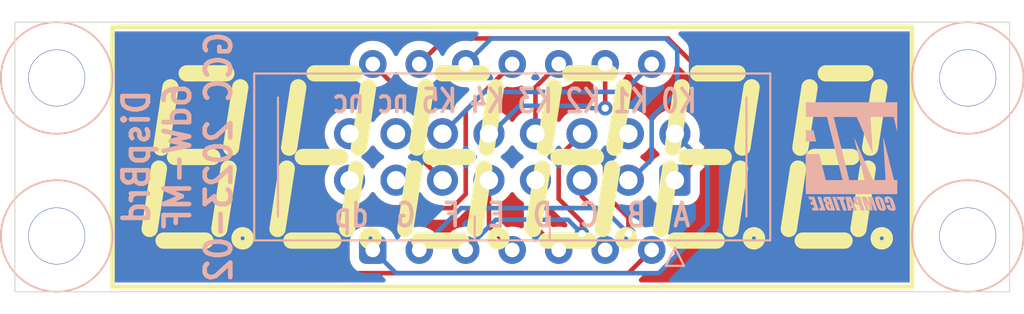
<source format=kicad_pcb>
(kicad_pcb (version 20211014) (generator pcbnew)
  (layers (0 "F.Cu" signal) (31 "B.Cu" signal) (36 "B.SilkS" user "B.Silkscreen") (37 "F.SilkS" user "F.Silkscreen") (38 "B.Mask" user) (39 "F.Mask" user) (44 "Edge.Cuts" user))
  (net 0 "")
  (net 1 "/K_SegA")
  (net 2 "/K_SegB")
  (net 3 "/K_SegC")
  (net 4 "/K_SegDP")
  (net 5 "/A0")
  (net 6 "/K_SegD")
  (net 7 "/K_SegE")
  (net 8 "/K_SegG")
  (net 9 "/K_SegF")
  (net 10 "/A1")
  (net 11 "/A2")
  (net 12 "/A3")
  (net 13 "/A4")
  (net 14 "/A5")
  (footprint "GCC_Display:Disp7s6x_036" (layer "F.Cu") (at 70.358 42.926)
    (fp_text reference "S5" hide)
    (fp_text value "LEDDSP6_CA" hide)
    (fp_line (start -21.844 -7.112) (end 21.844 -7.112) (layer "F.SilkS") (width 0.254))
    (fp_line (start 13.081 -3.80746) (end 12.573 -0.508) (layer "F.SilkS") (width 0.889))
    (fp_line (start 3.16738 -4.56946) (end 5.334 -4.56946) (layer "F.SilkS") (width 0.889))
    (fp_line (start -5.08 4.56946) (end -2.79654 4.56946) (layer "F.SilkS") (width 0.889))
    (fp_line (start 21.844 -7.112) (end 21.844 7.112) (layer "F.SilkS") (width 0.254))
    (fp_line (start 5.45846 0.635) (end 4.95046 3.93446) (layer "F.SilkS") (width 0.889))
    (fp_line (start -12.065 4.56946) (end -9.78154 4.56946) (layer "F.SilkS") (width 0.889))
    (fp_line (start -7.874 -3.80746) (end -8.382 -0.508) (layer "F.SilkS") (width 0.889))
    (fp_line (start 15.621 0.635) (end 15.113 3.93446) (layer "F.SilkS") (width 0.889))
    (fp_line (start 6.096 -3.80746) (end 5.588 -0.508) (layer "F.SilkS") (width 0.889))
    (fp_line (start -19.05 4.56946) (end -16.76654 4.56946) (layer "F.SilkS") (width 0.889))
    (fp_line (start -5.334 0.635) (end -5.842 3.93446) (layer "F.SilkS") (width 0.889))
    (fp_line (start -17.78762 -4.56946) (end -15.621 -4.56946) (layer "F.SilkS") (width 0.889))
    (fp_line (start 9.26338 -3.80746) (end 8.763 -0.508) (layer "F.SilkS") (width 0.889))
    (fp_line (start -0.889 -3.80746) (end -1.397 -0.508) (layer "F.SilkS") (width 0.889))
    (fp_line (start -16.383 0) (end -18.4277 0) (layer "F.SilkS") (width 0.889))
    (fp_line (start -2.413 0) (end -4.4577 0) (layer "F.SilkS") (width 0.889))
    (fp_line (start -14.859 -3.80746) (end -15.367 -0.508) (layer "F.SilkS") (width 0.889))
    (fp_line (start -8.51154 0.635) (end -9.01954 3.93446) (layer "F.SilkS") (width 0.889))
    (fp_line (start 12.44346 0.635) (end 11.93546 3.93446) (layer "F.SilkS") (width 0.889))
    (fp_line (start -10.80262 -4.56946) (end -8.636 -4.56946) (layer "F.SilkS") (width 0.889))
    (fp_line (start -11.69162 -3.80746) (end -12.192 -0.508) (layer "F.SilkS") (width 0.889))
    (fp_line (start -12.319 0.635) (end -12.827 3.93446) (layer "F.SilkS") (width 0.889))
    (fp_line (start -21.844 7.112) (end -21.844 -7.112) (layer "F.SilkS") (width 0.254))
    (fp_line (start 1.905 4.56946) (end 4.18846 4.56946) (layer "F.SilkS") (width 0.889))
    (fp_line (start 21.844 7.112) (end -21.844 7.112) (layer "F.SilkS") (width 0.254))
    (fp_line (start -18.67662 -3.80746) (end -19.177 -0.508) (layer "F.SilkS") (width 0.889))
    (fp_line (start 17.13738 -4.56946) (end 19.304 -4.56946) (layer "F.SilkS") (width 0.889))
    (fp_line (start 15.875 4.56946) (end 18.15846 4.56946) (layer "F.SilkS") (width 0.889))
    (fp_line (start 1.651 0.635) (end 1.143 3.93446) (layer "F.SilkS") (width 0.889))
    (fp_line (start 8.89 4.56946) (end 11.17346 4.56946) (layer "F.SilkS") (width 0.889))
    (fp_line (start 8.636 0.635) (end 8.128 3.93446) (layer "F.SilkS") (width 0.889))
    (fp_line (start 20.066 -3.80746) (end 19.558 -0.508) (layer "F.SilkS") (width 0.889))
    (fp_line (start 10.15238 -4.56946) (end 12.319 -4.56946) (layer "F.SilkS") (width 0.889))
    (fp_line (start 19.42846 0.635) (end 18.92046 3.93446) (layer "F.SilkS") (width 0.889))
    (fp_line (start -9.398 0) (end -11.4427 0) (layer "F.SilkS") (width 0.889))
    (fp_line (start -15.49654 0.635) (end -16.00454 3.93446) (layer "F.SilkS") (width 0.889))
    (fp_line (start 11.557 0) (end 9.5123 0) (layer "F.SilkS") (width 0.889))
    (fp_line (start 16.24838 -3.80746) (end 15.748 -0.508) (layer "F.SilkS") (width 0.889))
    (fp_line (start 18.542 0) (end 16.4973 0) (layer "F.SilkS") (width 0.889))
    (fp_line (start -1.52654 0.635) (end -2.03454 3.93446) (layer "F.SilkS") (width 0.889))
    (fp_line (start 4.572 0) (end 2.5273 0) (layer "F.SilkS") (width 0.889))
    (fp_line (start 2.27838 -3.80746) (end 1.778 -0.508) (layer "F.SilkS") (width 0.889))
    (fp_line (start -19.304 0.635) (end -19.812 3.93446) (layer "F.SilkS") (width 0.889))
    (fp_line (start -3.81762 -4.56946) (end -1.651 -4.56946) (layer "F.SilkS") (width 0.889))
    (fp_line (start -4.70662 -3.80746) (end -5.207 -0.508) (layer "F.SilkS") (width 0.889))
    (fp_circle (center -0.762 4.445) (end -0.508 4.18846) (layer "F.SilkS") (width 0.508) (fill none))
    (fp_circle (center -7.747 4.445) (end -7.493 4.18846) (layer "F.SilkS") (width 0.508) (fill none))
    (fp_circle (center -14.732 4.445) (end -14.478 4.18846) (layer "F.SilkS") (width 0.508) (fill none))
    (fp_circle (center 13.208 4.445) (end 13.462 4.18846) (layer "F.SilkS") (width 0.508) (fill none))
    (fp_circle (center 20.193 4.445) (end 20.447 4.18846) (layer "F.SilkS") (width 0.508) (fill none))
    (fp_circle (center 6.223 4.445) (end 6.477 4.18846) (layer "F.SilkS") (width 0.508) (fill none))
    (pad "1" thru_hole roundrect locked (at -7.62 5.08 90) (size 1.524 1.50114) (drill 0.8001) (layers *.Cu *.Mask) (net 5 "/A0"))
    (pad "2" thru_hole oval locked (at -5.08 5.08 90) (size 1.524 1.4986) (drill 0.8001) (layers *.Cu *.Mask) (net 10 "/A1"))
    (pad "3" thru_hole oval locked (at -2.54 5.08 90) (size 1.524 1.4986) (drill 0.8001) (layers *.Cu *.Mask) (net 11 "/A2"))
    (pad "4" thru_hole oval locked (at 0 5.08 90) (size 1.524 1.4986) (drill 0.8001) (layers *.Cu *.Mask) (net 7 "/K_SegE"))
    (pad "5" thru_hole oval locked (at 2.54 5.08 90) (size 1.524 1.4986) (drill 0.8001) (layers *.Cu *.Mask) (net 6 "/K_SegD"))
    (pad "6" thru_hole oval locked (at 5.08 5.08 90) (size 1.524 1.4986) (drill 0.8001) (layers *.Cu *.Mask) (net 3 "/K_SegC"))
    (pad "7" thru_hole oval locked (at 7.62 5.08 90) (size 1.524 1.4986) (drill 0.8001) (layers *.Cu *.Mask) (net 4 "/K_SegDP"))
    (pad "8" thru_hole oval locked (at 7.62 -5.08 90) (size 1.524 1.4986) (drill 0.8001) (layers *.Cu *.Mask) (net 14 "/A5"))
    (pad "9" thru_hole oval locked (at 5.08 -5.08 90) (size 1.524 1.4986) (drill 0.8001) (layers *.Cu *.Mask) (net 13 "/A4"))
    (pad "10" thru_hole oval locked (at 2.54 -5.08 90) (size 1.524 1.4986) (drill 0.8001) (layers *.Cu *.Mask) (net 12 "/A3"))
    (pad "11" thru_hole oval locked (at 0 -5.08 90) (size 1.524 1.4986) (drill 0.8001) (layers *.Cu *.Mask) (net 8 "/K_SegG"))
    (pad "12" thru_hole oval locked (at -2.54 -5.08 90) (size 1.524 1.4986) (drill 0.8001) (layers *.Cu *.Mask) (net 2 "/K_SegB"))
    (pad "13" thru_hole oval locked (at -5.08 -5.08 90) (size 1.524 1.4986) (drill 0.8001) (layers *.Cu *.Mask) (net 1 "/K_SegA"))
    (pad "14" thru_hole oval locked (at -7.62 -5.08 90) (size 1.524 1.4986) (drill 0.8001) (layers *.Cu *.Mask) (net 9 "/K_SegF"))
  )
  (footprint "GCC_holes:Hole3mm" (layer "B.Cu") (at 95.25 47.244)
    (fp_text reference "H9" hide)
    (fp_text value "MountingHole" hide)
    (fp_circle (center 0 0) (end 0 3.048) (layer "B.SilkS") (width 0.1) (fill none))
    (pad "" np_thru_hole circle locked (at 0 0) (size 3.1 3.1) (drill 3.05) (layers F&B.Cu *.Mask))
  )
  (footprint "GCC_holes:Hole3mm" (layer "B.Cu") (at 95.25 38.608)
    (fp_text reference "H10" hide)
    (fp_text value "MountingHole" hide)
    (fp_circle (center 0 0) (end 0 3.048) (layer "B.SilkS") (width 0.1) (fill none))
    (pad "" np_thru_hole circle locked (at 0 0) (size 3.1 3.1) (drill 3.05) (layers F&B.Cu *.Mask))
  )
  (footprint "GCC_holes:Hole3mm" (layer "B.Cu") (at 45.466 47.244)
    (fp_text reference "H7" hide)
    (fp_text value "MountingHole" hide)
    (fp_circle (center 0 0) (end 0 3.048) (layer "B.SilkS") (width 0.1) (fill none))
    (pad "" np_thru_hole circle locked (at 0 0) (size 3.1 3.1) (drill 3.05) (layers F&B.Cu *.Mask))
  )
  (footprint "GCC_holes:Hole3mm" (layer "B.Cu") (at 45.466 38.608)
    (fp_text reference "H8" hide)
    (fp_text value "MountingHole" hide)
    (fp_circle (center 0 0) (end 0 3.048) (layer "B.SilkS") (width 0.1) (fill none))
    (pad "" np_thru_hole circle locked (at 0 0) (size 3.1 3.1) (drill 3.05) (layers F&B.Cu *.Mask))
  )
  (footprint "Connector_IDC:IDC-Header_2x08_P2.54mm_Vertical" (layer "B.Cu") (at 79.248 44.196 90)
    (fp_text reference "P7" hide)
    (fp_text value "Conn_02x08_Odd_Even")
    (fp_line (start -1.98 -10.94) (end -1.98 -10.94) (layer "B.SilkS") (width 0.12))
    (fp_line (start -1.98 3.91) (end 4.52 3.91) (layer "B.SilkS") (width 0.12))
    (fp_line (start -1.98 -10.94) (end -3.29 -10.94) (layer "B.SilkS") (width 0.12))
    (fp_line (start -3.29 -6.84) (end -1.98 -6.84) (layer "B.SilkS") (width 0.12))
    (fp_line (start -3.29 -22.99) (end -3.29 5.21) (layer "B.SilkS") (width 0.12))
    (fp_line (start -4.68 -0.5) (end -3.68 0) (layer "B.SilkS") (width 0.12))
    (fp_line (start -3.68 0) (end -4.68 0.5) (layer "B.SilkS") (width 0.12))
    (fp_line (start 5.83 5.21) (end 5.83 -22.99) (layer "B.SilkS") (width 0.12))
    (fp_line (start -4.68 0.5) (end -4.68 -0.5) (layer "B.SilkS") (width 0.12))
    (fp_line (start -3.29 5.21) (end 5.83 5.21) (layer "B.SilkS") (width 0.12))
    (fp_line (start 5.83 -22.99) (end -3.29 -22.99) (layer "B.SilkS") (width 0.12))
    (fp_line (start 4.52 -21.69) (end -1.98 -21.69) (layer "B.SilkS") (width 0.12))
    (pad "1" thru_hole roundrect (at 0 0 90) (size 1.7 1.7) (drill 1) (layers F&B.Cu *.Mask) (roundrect_rratio 0.147059) (net 1 "/K_SegA"))
    (pad "2" thru_hole circle (at 2.54 0 90) (size 1.7 1.7) (drill 1) (layers F&B.Cu *.Mask) (net 5 "/A0"))
    (pad "3" thru_hole circle (at 0 -2.54 90) (size 1.7 1.7) (drill 1) (layers F&B.Cu *.Mask) (net 2 "/K_SegB"))
    (pad "4" thru_hole circle (at 2.54 -2.54 90) (size 1.7 1.7) (drill 1) (layers F&B.Cu *.Mask) (net 10 "/A1"))
    (pad "5" thru_hole circle (at 0 -5.08 90) (size 1.7 1.7) (drill 1) (layers F&B.Cu *.Mask) (net 3 "/K_SegC"))
    (pad "6" thru_hole circle (at 2.54 -5.08 90) (size 1.7 1.7) (drill 1) (layers F&B.Cu *.Mask) (net 11 "/A2"))
    (pad "7" thru_hole circle (at 0 -7.62 90) (size 1.7 1.7) (drill 1) (layers F&B.Cu *.Mask) (net 6 "/K_SegD"))
    (pad "8" thru_hole circle (at 2.54 -7.62 90) (size 1.7 1.7) (drill 1) (layers F&B.Cu *.Mask) (net 12 "/A3"))
    (pad "9" thru_hole circle (at 0 -10.16 90) (size 1.7 1.7) (drill 1) (layers F&B.Cu *.Mask) (net 7 "/K_SegE"))
    (pad "10" thru_hole circle (at 2.54 -10.16 90) (size 1.7 1.7) (drill 1) (layers F&B.Cu *.Mask) (net 13 "/A4"))
    (pad "11" thru_hole circle (at 0 -12.7 90) (size 1.7 1.7) (drill 1) (layers F&B.Cu *.Mask) (net 9 "/K_SegF"))
    (pad "12" thru_hole circle (at 2.54 -12.7 90) (size 1.7 1.7) (drill 1) (layers F&B.Cu *.Mask) (net 14 "/A5"))
    (pad "13" thru_hole circle (at 0 -15.24 90) (size 1.7 1.7) (drill 1) (layers F&B.Cu *.Mask) (net 8 "/K_SegG"))
    (pad "14" thru_hole circle (at 2.54 -15.24 90) (size 1.7 1.7) (drill 1) (layers F&B.Cu *.Mask))
    (pad "15" thru_hole circle (at 0 -17.78 90) (size 1.7 1.7) (drill 1) (layers F&B.Cu *.Mask) (net 4 "/K_SegDP"))
    (pad "16" thru_hole circle (at 2.54 -17.78 90) (size 1.7 1.7) (drill 1) (layers F&B.Cu *.Mask))
  )
  (footprint "GCC_Logos:MF_compatible_5x6mm" (layer "B.Cu") (at 88.9 42.9165 180)
    (fp_text reference "G***")
    (fp_text value "LOGO" hide)
    (fp_poly (pts (xy 2.291951 -2.177389) (xy 2.324142 -2.178121) (xy 2.345577 -2.179542) (xy 2.358063 -2.181804) (xy 2.363405 -2.18506) (xy 2.363961 -2.187035) (xy 2.361627 -2.197709) (xy 2.355348 -2.218412) (xy 2.346205 -2.245709) (xy 2.33963 -2.264277) (xy 2.315299 -2.331626) (xy 2.250398 -2.333685) (xy 2.185498 -2.335743) (xy 2.163357 -2.396932) (xy 2.153484 -2.425318) (xy 2.145878 -2.449274) (xy 2.141686 -2.4651) (xy 2.141217 -2.468523) (xy 2.144214 -2.47388) (xy 2.154832 -2.477103) (xy 2.175512 -2.47863) (xy 2.199226 -2.478925) (xy 2.229668 -2.479563) (xy 2.247563 -2.481668) (xy 2.254684 -2.485527) (xy 2.254848 -2.487906) (xy 2.251603 -2.498376) (xy 2.244922 -2.51886) (xy 2.235983 -2.545763) (xy 2.231284 -2.559759) (xy 2.210108 -2.622631) (xy 2.086763 -2.622631) (xy 2.059986 -2.699873) (xy 2.049333 -2.731078) (xy 2.040711 -2.757241) (xy 2.035069 -2.775419) (xy 2.033323 -2.782503) (xy 2.040048 -2.784778) (xy 2.058075 -2.786579) (xy 2.084338 -2.787671) (xy 2.104424 -2.787892) (xy 2.175411 -2.787892) (xy 2.149332 -2.863288) (xy 2.123254 -2.938685) (xy 1.951834 -2.938734) (xy 1.895757 -2.938594) (xy 1.8527 -2.938092) (xy 1.821315 -2.937154) (xy 1.800256 -2.93571) (xy 1.788175 -2.933688) (xy 1.783725 -2.931016) (xy 1.783759 -2.929802) (xy 1.786645 -2.921471) (xy 1.793718 -2.900814) (xy 1.804539 -2.86911) (xy 1.818675 -2.82764) (xy 1.835688 -2.777684) (xy 1.855143 -2.720523) (xy 1.876603 -2.657436) (xy 1.899632 -2.589705) (xy 1.911952 -2.553456) (xy 2.036801 -2.186092) (xy 2.08362 -2.181668) (xy 2.107445 -2.180116) (xy 2.141795 -2.178795) (xy 2.182824 -2.17781) (xy 2.226687 -2.177267) (xy 2.2472 -2.177194)) (layer "B.SilkS") (width 0) (fill solid))
    (fp_poly (pts (xy -0.553171 -2.179704) (xy -0.547227 -2.180796) (xy -0.546777 -2.183401) (xy -0.547742 -2.189638) (xy -0.550395 -2.200346) (xy -0.555014 -2.216362) (xy -0.561873 -2.238524) (xy -0.571247 -2.267668) (xy -0.583412 -2.304632) (xy -0.598644 -2.350255) (xy -0.617217 -2.405373) (xy -0.639406 -2.470823) (xy -0.665488 -2.547444) (xy -0.695738 -2.636073) (xy -0.726146 -2.725021) (xy -0.799262 -2.938783) (xy -0.884638 -2.938783) (xy -0.917748 -2.93854) (xy -0.944875 -2.937877) (xy -0.963227 -2.936895) (xy -0.970014 -2.935697) (xy -0.970014 -2.93569) (xy -0.967781 -2.928401) (xy -0.96144 -2.909099) (xy -0.951521 -2.879372) (xy -0.93856 -2.840806) (xy -0.923089 -2.794989) (xy -0.90564 -2.743508) (xy -0.891129 -2.700817) (xy -0.872579 -2.64613) (xy -0.855678 -2.595945) (xy -0.840946 -2.551834) (xy -0.828904 -2.515372) (xy -0.820071 -2.488133) (xy -0.814969 -2.471688) (xy -0.813913 -2.467369) (xy -0.817241 -2.473243) (xy -0.825978 -2.490699) (xy -0.839436 -2.518303) (xy -0.856925 -2.554625) (xy -0.877757 -2.598233) (xy -0.901241 -2.647696) (xy -0.926689 -2.701583) (xy -0.926928 -2.70209) (xy -1.038274 -2.938481) (xy -1.101629 -2.938632) (xy -1.131912 -2.938438) (xy -1.150371 -2.937327) (xy -1.159548 -2.934767) (xy -1.161985 -2.930231) (xy -1.16123 -2.926209) (xy -1.158087 -2.913204) (xy -1.152971 -2.889148) (xy -1.146278 -2.856142) (xy -1.138406 -2.816287) (xy -1.129751 -2.771683) (xy -1.120711 -2.72443) (xy -1.111681 -2.676629) (xy -1.10306 -2.63038) (xy -1.095243 -2.587783) (xy -1.088627 -2.550939) (xy -1.08361 -2.521948) (xy -1.080588 -2.50291) (xy -1.07994 -2.495938) (xy -1.082872 -2.501749) (xy -1.089814 -2.519612) (xy -1.100203 -2.547954) (xy -1.113478 -2.585202) (xy -1.129075 -2.629786) (xy -1.146432 -2.680132) (xy -1.15801 -2.714081) (xy -1.233111 -2.935191) (xy -1.320379 -2.937206) (xy -1.407646 -2.93922) (xy -1.303033 -2.631831) (xy -1.280469 -2.56553) (xy -1.258514 -2.501017) (xy -1.250996 -2.478925) (xy -1.077793 -2.478925) (xy -1.075164 -2.484839) (xy -1.073003 -2.483715) (xy -1.072143 -2.475188) (xy -1.073003 -2.474135) (xy -1.077275 -2.475121) (xy -1.077793 -2.478925) (xy -1.250996 -2.478925) (xy -1.237775 -2.440078) (xy -1.218861 -2.384501) (xy -1.202379 -2.336069) (xy -1.188937 -2.296571) (xy -1.179143 -2.267792) (xy -1.175191 -2.256181) (xy -1.151962 -2.187921) (xy -1.025061 -2.185959) (xy -0.979182 -2.185376) (xy -0.945755 -2.185353) (xy -0.922869 -2.186034) (xy -0.908612 -2.187563) (xy -0.901072 -2.190082) (xy -0.898338 -2.193734) (xy -0.898161 -2.195466) (xy -0.899508 -2.20572) (xy -0.903272 -2.227783) (xy -0.909033 -2.259375) (xy -0.916374 -2.298217) (xy -0.924877 -2.342028) (xy -0.92733 -2.354478) (xy -0.935894 -2.398556) (xy -0.943202 -2.437644) (xy -0.948882 -2.469631) (xy -0.952564 -2.492405) (xy -0.953876 -2.503855) (xy -0.953746 -2.504773) (xy -0.950093 -2.499321) (xy -0.941271 -2.482539) (xy -0.928127 -2.456148) (xy -0.911507 -2.42187) (xy -0.89226 -2.381425) (xy -0.876076 -2.346937) (xy -0.801159 -2.186348) (xy -0.676563 -2.181198) (xy -0.635655 -2.179779) (xy -0.599838 -2.179052) (xy -0.571536 -2.179025)) (layer "B.SilkS") (width 0) (fill solid))
    (fp_poly (pts (xy -1.401765 -2.169299) (xy -1.354139 -2.181589) (xy -1.318293 -2.201467) (xy -1.294003 -2.229341) (xy -1.281045 -2.265618) (xy -1.279192 -2.310705) (xy -1.28822 -2.365009) (xy -1.289891 -2.371653) (xy -1.297282 -2.397388) (xy -1.308561 -2.433139) (xy -1.322857 -2.476438) (xy -1.339296 -2.524815) (xy -1.357009 -2.5758) (xy -1.375122 -2.626922) (xy -1.392765 -2.675712) (xy -1.409066 -2.7197) (xy -1.423154 -2.756416) (xy -1.434156 -2.78339) (xy -1.438819 -2.793678) (xy -1.471318 -2.844185) (xy -1.514841 -2.886999) (xy -1.567416 -2.920552) (xy -1.627068 -2.94328) (xy -1.627468 -2.943387) (xy -1.661549 -2.949474) (xy -1.701593 -2.952096) (xy -1.742304 -2.951305) (xy -1.778391 -2.947154) (xy -1.799701 -2.941698) (xy -1.837558 -2.921414) (xy -1.863839 -2.892683) (xy -1.878357 -2.855827) (xy -1.880736 -2.814428) (xy -1.688019 -2.814428) (xy -1.684975 -2.822038) (xy -1.674815 -2.823804) (xy -1.672611 -2.823819) (xy -1.654198 -2.818621) (xy -1.641978 -2.809602) (xy -1.636309 -2.799089) (xy -1.627019 -2.776891) (xy -1.614769 -2.744973) (xy -1.600225 -2.705297) (xy -1.58405 -2.659826) (xy -1.566908 -2.610523) (xy -1.549463 -2.559351) (xy -1.532379 -2.508273) (xy -1.516319 -2.459252) (xy -1.501948 -2.41425) (xy -1.48993 -2.375231) (xy -1.480929 -2.344158) (xy -1.475608 -2.322993) (xy -1.474465 -2.314334) (xy -1.480003 -2.298156) (xy -1.491213 -2.295111) (xy -1.508215 -2.30518) (xy -1.511406 -2.307939) (xy -1.517844 -2.315858) (xy -1.525585 -2.329796) (xy -1.535118 -2.350992) (xy -1.54693 -2.380686) (xy -1.561511 -2.420117) (xy -1.579348 -2.470524) (xy -1.600931 -2.533148) (xy -1.605719 -2.547185) (xy -1.6243 -2.60216) (xy -1.641504 -2.653868) (xy -1.656735 -2.700455) (xy -1.669397 -2.740066) (xy -1.678894 -2.770848) (xy -1.684631 -2.790948) (xy -1.685983 -2.796874) (xy -1.688019 -2.814428) (xy -1.880736 -2.814428) (xy -1.880923 -2.811165) (xy -1.880347 -2.804594) (xy -1.876614 -2.785211) (xy -1.868604 -2.754618) (xy -1.857071 -2.715068) (xy -1.842769 -2.668813) (xy -1.826449 -2.618106) (xy -1.808865 -2.5652) (xy -1.79077 -2.512345) (xy -1.772916 -2.461796) (xy -1.756057 -2.415804) (xy -1.740946 -2.376622) (xy -1.728336 -2.346502) (xy -1.724291 -2.337764) (xy -1.700701 -2.294939) (xy -1.675763 -2.262594) (xy -1.661755 -2.248988) (xy -1.60754 -2.209904) (xy -1.547974 -2.182714) (xy -1.485328 -2.168115) (xy -1.421869 -2.166801)) (layer "B.SilkS") (width 0) (fill solid))
    (fp_poly (pts (xy 1.835567 -2.185758) (xy 1.85706 -2.186603) (xy 1.867559 -2.187977) (xy 1.868176 -2.188474) (xy 1.865959 -2.195686) (xy 1.859691 -2.214804) (xy 1.849947 -2.244129) (xy 1.8373 -2.28196) (xy 1.822324 -2.326598) (xy 1.805593 -2.376344) (xy 1.787681 -2.429496) (xy 1.769163 -2.484357) (xy 1.750612 -2.539225) (xy 1.732602 -2.592401) (xy 1.715707 -2.642185) (xy 1.700502 -2.686878) (xy 1.68756 -2.72478) (xy 1.677456 -2.75419) (xy 1.670763 -2.77341) (xy 1.668785 -2.778911) (xy 1.670898 -2.783598) (xy 1.6827 -2.786439) (xy 1.706025 -2.787732) (xy 1.723701 -2.787892) (xy 1.750592 -2.788463) (xy 1.770913 -2.789981) (xy 1.781285 -2.792155) (xy 1.781952 -2.792912) (xy 1.779841 -2.801446) (xy 1.774142 -2.820498) (xy 1.765808 -2.846953) (xy 1.758868 -2.868358) (xy 1.735785 -2.938783) (xy 1.416342 -2.938783) (xy 1.513697 -2.653168) (xy 1.535925 -2.587941) (xy 1.557901 -2.523425) (xy 1.578923 -2.461676) (xy 1.598292 -2.404755) (xy 1.615308 -2.35472) (xy 1.629269 -2.313629) (xy 1.639475 -2.283542) (xy 1.641441 -2.277737) (xy 1.671829 -2.187921) (xy 1.770002 -2.185922) (xy 1.805681 -2.185508)) (layer "B.SilkS") (width 0) (fill solid))
    (fp_poly (pts (xy 2.500481 0.840679) (xy 1.931702 0.840679) (xy 1.936787 0.863834) (xy 1.939599 0.875769) (xy 1.945468 0.900013) (xy 1.953992 0.934927) (xy 1.964769 0.978872) (xy 1.977396 1.03021) (xy 1.991471 1.087301) (xy 2.006593 1.148507) (xy 2.011271 1.167413) (xy 2.080668 1.447836) (xy 2.290575 1.449741) (xy 2.500481 1.451646)) (layer "B.SilkS") (width 0) (fill solid))
    (fp_poly (pts (xy 0.798498 -2.259724) (xy 0.772419 -2.33512) (xy 0.714034 -2.33517) (xy 0.655649 -2.335219) (xy 0.553268 -2.637001) (xy 0.450886 -2.938783) (xy 0.252582 -2.938783) (xy 0.344892 -2.667539) (xy 0.365578 -2.6068) (xy 0.385204 -2.549259) (xy 0.4032 -2.496582) (xy 0.418994 -2.450436) (xy 0.432017 -2.412488) (xy 0.441697 -2.384406) (xy 0.447463 -2.367856) (xy 0.448212 -2.365757) (xy 0.459221 -2.335219) (xy 0.402058 -2.335219) (xy 0.375445 -2.334638) (xy 0.355434 -2.333095) (xy 0.345435 -2.330888) (xy 0.344894 -2.330199) (xy 0.347006 -2.321665) (xy 0.352705 -2.302613) (xy 0.361039 -2.276158) (xy 0.367978 -2.254753) (xy 0.391062 -2.184328) (xy 0.824576 -2.184328)) (layer "B.SilkS") (width 0) (fill solid))
    (fp_poly (pts (xy -0.309536 -2.185634) (xy -0.249836 -2.186851) (xy -0.202765 -2.188823) (xy -0.16659 -2.191981) (xy -0.139572 -2.196754) (xy -0.119976 -2.203572) (xy -0.106067 -2.212866) (xy -0.096106 -2.225064) (xy -0.088454 -2.240368) (xy -0.083404 -2.256262) (xy -0.081686 -2.273945) (xy -0.083672 -2.295757) (xy -0.089733 -2.324036) (xy -0.10024 -2.36112) (xy -0.114971 -2.407537) (xy -0.136531 -2.469318) (xy -0.157503 -2.518453) (xy -0.179566 -2.556487) (xy -0.2044 -2.584964) (xy -0.233686 -2.605429) (xy -0.269102 -2.619426) (xy -0.31233 -2.628499) (xy -0.361154 -2.633884) (xy -0.42041 -2.638692) (xy -0.47099 -2.786941) (xy -0.52157 -2.935191) (xy -0.620898 -2.937195) (xy -0.661753 -2.937751) (xy -0.690018 -2.937404) (xy -0.707452 -2.936022) (xy -0.715812 -2.933475) (xy -0.717011 -2.93001) (xy -0.714161 -2.921638) (xy -0.707145 -2.900931) (xy -0.696394 -2.869169) (xy -0.682342 -2.827632) (xy -0.665421 -2.777599) (xy -0.646065 -2.720351) (xy -0.624707 -2.657166) (xy -0.601778 -2.589326) (xy -0.589193 -2.552084) (xy -0.571755 -2.500481) (xy -0.372574 -2.500481) (xy -0.351548 -2.500481) (xy -0.331262 -2.495922) (xy -0.317041 -2.486999) (xy -0.309068 -2.474577) (xy -0.29856 -2.452101) (xy -0.28715 -2.423267) (xy -0.28044 -2.404121) (xy -0.268972 -2.366567) (xy -0.263894 -2.340422) (xy -0.265434 -2.32411) (xy -0.273823 -2.316058) (xy -0.289288 -2.314689) (xy -0.293393 -2.315096) (xy -0.301099 -2.317165) (xy -0.307792 -2.322764) (xy -0.314603 -2.334075) (xy -0.322664 -2.353283) (xy -0.333105 -2.38257) (xy -0.341978 -2.408868) (xy -0.372574 -2.500481) (xy -0.571755 -2.500481) (xy -0.46459 -2.183348)) (layer "B.SilkS") (width 0) (fill solid))
    (fp_poly (pts (xy 1.035081 -2.185711) (xy 1.052446 -2.187099) (xy 1.060744 -2.189659) (xy 1.061906 -2.193101) (xy 1.059056 -2.201474) (xy 1.052039 -2.222181) (xy 1.041289 -2.253942) (xy 1.027238 -2.295475) (xy 1.010321 -2.345499) (xy 0.990969 -2.402735) (xy 0.969616 -2.465901) (xy 0.946696 -2.533718) (xy 0.934253 -2.570537) (xy 0.809816 -2.938783) (xy 0.611569 -2.938783) (xy 0.716107 -2.631612) (xy 0.738664 -2.565333) (xy 0.760612 -2.50084) (xy 0.781344 -2.439922) (xy 0.800251 -2.384364) (xy 0.816725 -2.335955) (xy 0.830158 -2.296481) (xy 0.839942 -2.26773) (xy 0.843872 -2.256181) (xy 0.867098 -2.187921) (xy 0.966109 -2.185916) (xy 1.00689 -2.18536)) (layer "B.SilkS") (width 0) (fill solid))
    (fp_poly (pts (xy 1.235899 -2.184778) (xy 1.280057 -2.185193) (xy 1.305927 -2.185536) (xy 1.359541 -2.186429) (xy 1.400763 -2.187457) (xy 1.431571 -2.188789) (xy 1.453943 -2.190596) (xy 1.469857 -2.193046) (xy 1.481291 -2.196309) (xy 1.490224 -2.200556) (xy 1.49177 -2.201469) (xy 1.517495 -2.223802) (xy 1.532662 -2.253681) (xy 1.537377 -2.291795) (xy 1.531748 -2.338836) (xy 1.519872 -2.383349) (xy 1.50353 -2.428431) (xy 1.485573 -2.462089) (xy 1.463351 -2.48723) (xy 1.434214 -2.506764) (xy 1.395512 -2.523598) (xy 1.390354 -2.525483) (xy 1.381135 -2.529666) (xy 1.383965 -2.533434) (xy 1.393943 -2.537558) (xy 1.418157 -2.550186) (xy 1.434448 -2.567348) (xy 1.44295 -2.59048) (xy 1.443798 -2.621015) (xy 1.437125 -2.660387) (xy 1.423067 -2.710032) (xy 1.412946 -2.7402) (xy 1.391519 -2.79697) (xy 1.370555 -2.841235) (xy 1.348524 -2.874722) (xy 1.323898 -2.899159) (xy 1.295148 -2.916272) (xy 1.260746 -2.927789) (xy 1.243649 -2.931486) (xy 1.225778 -2.933613) (xy 1.198039 -2.935381) (xy 1.16278 -2.936778) (xy 1.122347 -2.937797) (xy 1.07909 -2.938428) (xy 1.035356 -2.938662) (xy 0.993492 -2.93849) (xy 0.955847 -2.937902) (xy 0.924769 -2.93689) (xy 0.902605 -2.935445) (xy 0.891703 -2.933557) (xy 0.890976 -2.932856) (xy 0.89323 -2.925123) (xy 0.899709 -2.905054) (xy 0.90999 -2.87391) (xy 0.92365 -2.832954) (xy 0.935833 -2.796656) (xy 1.137266 -2.796656) (xy 1.138405 -2.805338) (xy 1.143231 -2.808552) (xy 1.151568 -2.807647) (xy 1.163236 -2.80397) (xy 1.169579 -2.801752) (xy 1.18338 -2.794147) (xy 1.195857 -2.780346) (xy 1.208142 -2.758353) (xy 1.221367 -2.726171) (xy 1.23539 -2.685688) (xy 1.245553 -2.65087) (xy 1.248949 -2.626979) (xy 1.245323 -2.612133) (xy 1.234421 -2.604449) (xy 1.224136 -2.602479) (xy 1.208124 -2.602796) (xy 1.19903 -2.610419) (xy 1.193175 -2.624034) (xy 1.173184 -2.680282) (xy 1.157776 -2.724319) (xy 1.146773 -2.757495) (xy 1.139996 -2.781158) (xy 1.137266 -2.796656) (xy 0.935833 -2.796656) (xy 0.940266 -2.783448) (xy 0.959415 -2.726653) (xy 0.980675 -2.663831) (xy 1.003621 -2.596244) (xy 1.016719 -2.557758) (xy 1.040388 -2.488218) (xy 1.046599 -2.469943) (xy 1.244892 -2.469943) (xy 1.246412 -2.47777) (xy 1.25676 -2.479545) (xy 1.27211 -2.476021) (xy 1.288634 -2.467951) (xy 1.299696 -2.459165) (xy 1.313012 -2.440491) (xy 1.326634 -2.412597) (xy 1.335964 -2.387331) (xy 1.344917 -2.354571) (xy 1.346613 -2.332685) (xy 1.340551 -2.319863) (xy 1.32623 -2.314294) (xy 1.315557 -2.313663) (xy 1.306793 -2.314564) (xy 1.299862 -2.31887) (xy 1.293355 -2.328983) (xy 1.285861 -2.347306) (xy 1.27597 -2.376241) (xy 1.272338 -2.387312) (xy 1.262151 -2.418362) (xy 1.253422 -2.444746) (xy 1.247234 -2.463206) (xy 1.244892 -2.469943) (xy 1.046599 -2.469943) (xy 1.062605 -2.422852) (xy 1.082946 -2.362909) (xy 1.100991 -2.309637) (xy 1.116317 -2.264283) (xy 1.128502 -2.228095) (xy 1.137124 -2.202322) (xy 1.141762 -2.18821) (xy 1.142462 -2.18587) (xy 1.14931 -2.185193) (xy 1.168509 -2.184782) (xy 1.198045 -2.184643)) (layer "B.SilkS") (width 0) (fill solid))
    (fp_poly (pts (xy 2.500481 2.177143) (xy 1.344204 2.177143) (xy 1.337062 2.150198) (xy 1.330765 2.125232) (xy 1.324113 2.097144) (xy 1.322706 2.09092) (xy 1.319893 2.079071) (xy 1.31389 2.054374) (xy 1.304969 2.017928) (xy 1.293401 1.97083) (xy 1.279456 1.914182) (xy 1.263406 1.849081) (xy 1.245521 1.776627) (xy 1.226072 1.697919) (xy 1.205331 1.614057) (xy 1.183567 1.526138) (xy 1.171291 1.476577) (xy 1.146128 1.375005) (xy 1.119656 1.268123) (xy 1.092418 1.158123) (xy 1.064956 1.0472) (xy 1.037813 0.937546) (xy 1.011532 0.831355) (xy 0.986656 0.730821) (xy 0.963729 0.638136) (xy 0.943291 0.555495) (xy 0.929419 0.499378) (xy 0.91269 0.431707) (xy 0.89296 0.351933) (xy 0.870688 0.261902) (xy 0.846329 0.163459) (xy 0.820341 0.058449) (xy 0.793179 -0.051282) (xy 0.765302 -0.163888) (xy 0.737166 -0.277523) (xy 0.709228 -0.390344) (xy 0.681944 -0.500502) (xy 0.663767 -0.57388) (xy 0.639961 -0.670075) (xy 0.61716 -0.7624) (xy 0.595602 -0.84989) (xy 0.575521 -0.93158) (xy 0.557153 -1.006504) (xy 0.540733 -1.073697) (xy 0.526498 -1.132194) (xy 0.514683 -1.181029) (xy 0.505524 -1.219238) (xy 0.499256 -1.245854) (xy 0.496116 -1.259914) (xy 0.495785 -1.261871) (xy 0.497634 -1.263917) (xy 0.503825 -1.265671) (xy 0.515325 -1.267154) (xy 0.5331 -1.268387) (xy 0.558116 -1.269392) (xy 0.591341 -1.270188) (xy 0.63374 -1.270798) (xy 0.686281 -1.271242) (xy 0.749929 -1.271542) (xy 0.825651 -1.271717) (xy 0.914415 -1.271791) (xy 0.951333 -1.271796) (xy 1.40688 -1.271796) (xy 1.43639 -1.151443) (xy 1.471549 -1.008248) (xy 1.505436 -0.870622) (xy 1.537904 -0.739154) (xy 1.568805 -0.614429) (xy 1.597991 -0.497035) (xy 1.625313 -0.38756) (xy 1.650623 -0.28659) (xy 1.673774 -0.194712) (xy 1.694617 -0.112515) (xy 1.713004 -0.040584) (xy 1.728787 0.020493) (xy 1.741819 0.070129) (xy 1.75195 0.107737) (xy 1.759033 0.132729) (xy 1.76292 0.144518) (xy 1.76344 0.145392) (xy 1.771939 0.146423) (xy 1.79342 0.147391) (xy 1.826494 0.148277) (xy 1.869772 0.14906) (xy 1.921866 0.149721) (xy 1.981386 0.15024) (xy 2.046944 0.150596) (xy 2.11715 0.150769) (xy 2.135828 0.150781) (xy 2.500481 0.150891) (xy 2.500481 -2.040622) (xy -2.50048 -2.040622) (xy -2.50048 -1.271796) (xy -2.321402 -1.271796) (xy -2.313897 -1.243925) (xy -2.310925 -1.232334) (xy -2.304807 -1.208013) (xy -2.295844 -1.172179) (xy -2.284342 -1.126053) (xy -2.270603 -1.070852) (xy -2.25493 -1.007796) (xy -2.237627 -0.938104) (xy -2.218997 -0.862995) (xy -2.199343 -0.783688) (xy -2.188315 -0.739158) (xy -2.166617 -0.651534) (xy -2.142068 -0.552418) (xy -2.115276 -0.444265) (xy -2.08685 -0.329531) (xy -2.057399 -0.210672) (xy -2.027531 -0.090142) (xy -1.997854 0.029602) (xy -1.968977 0.146105) (xy -1.941509 0.256911) (xy -1.923258 0.330524) (xy -1.90057 0.422058) (xy -1.878567 0.510887) (xy -1.85754 0.595834) (xy -1.837778 0.675727) (xy -1.819572 0.749391) (xy -1.803211 0.815653) (xy -1.788985 0.873337) (xy -1.777185 0.92127) (xy -1.768099 0.958279) (xy -1.762019 0.983189) (xy -1.759998 0.99157) (xy -1.752421 1.021542) (xy -1.745353 1.046339) (xy -1.739813 1.062536) (xy -1.737687 1.066656) (xy -1.735587 1.067823) (xy -1.733983 1.065386) (xy -1.73291 1.058374) (xy -1.732401 1.045818) (xy -1.732489 1.026747) (xy -1.733208 1.00019) (xy -1.734591 0.965178) (xy -1.736672 0.920739) (xy -1.739485 0.865904) (xy -1.743063 0.799701) (xy -1.747439 0.721162) (xy -1.752647 0.629314) (xy -1.753032 0.622558) (xy -1.757661 0.541381) (xy -1.762928 0.448885) (xy -1.768662 0.348099) (xy -1.774691 0.24205) (xy -1.780843 0.133768) (xy -1.786945 0.026281) (xy -1.792826 -0.077382) (xy -1.798313 -0.174193) (xy -1.799842 -0.201188) (xy -1.804993 -0.292106) (xy -1.810438 -0.388154) (xy -1.81603 -0.486724) (xy -1.821619 -0.585209) (xy -1.827059 -0.681002) (xy -1.832201 -0.771494) (xy -1.836896 -0.854079) (xy -1.840998 -0.926149) (xy -1.842678 -0.955643) (xy -1.846246 -1.020512) (xy -1.84932 -1.080931) (xy -1.851841 -1.135394) (xy -1.853753 -1.182393) (xy -1.854995 -1.220423) (xy -1.85551 -1.247977) (xy -1.85524 -1.263547) (xy -1.854716 -1.266478) (xy -1.84666 -1.26754) (xy -1.825661 -1.268456) (xy -1.793148 -1.269211) (xy -1.750549 -1.269791) (xy -1.699292 -1.270181) (xy -1.640804 -1.270367) (xy -1.576515 -1.270332) (xy -1.50935 -1.270071) (xy -1.16935 -1.268204) (xy -0.847971 -0.538897) (xy -0.80024 -0.430582) (xy -0.750683 -0.318131) (xy -0.700035 -0.203206) (xy -0.649029 -0.087473) (xy -0.598399 0.027403) (xy -0.548878 0.139759) (xy -0.5012 0.247929) (xy -0.456099 0.350249) (xy -0.414309 0.445053) (xy -0.376563 0.530679) (xy -0.343595 0.605461) (xy -0.332313 0.631049) (xy -0.299308 0.705665) (xy -0.267944 0.776104) (xy -0.238703 0.84131) (xy -0.212069 0.900229) (xy -0.188524 0.951806) (xy -0.168552 0.994986) (xy -0.152636 1.028715) (xy -0.141258 1.051936) (xy -0.134902 1.063597) (xy -0.13374 1.064738) (xy -0.133533 1.062515) (xy -0.134125 1.057312) (xy -0.135647 1.048591) (xy -0.138231 1.035814) (xy -0.142008 1.018444) (xy -0.147107 0.995944) (xy -0.153661 0.967775) (xy -0.161801 0.9334) (xy -0.171656 0.892281) (xy -0.183359 0.843882) (xy -0.19704 0.787664) (xy -0.21283 0.72309) (xy -0.230859 0.649622) (xy -0.25126 0.566722) (xy -0.274163 0.473854) (xy -0.299699 0.370479) (xy -0.327999 0.25606) (xy -0.359194 0.130059) (xy -0.393415 -0.008061) (xy -0.430792 -0.158838) (xy -0.471457 -0.322809) (xy -0.48852 -0.391598) (xy -0.523291 -0.5318) (xy -0.55468 -0.658446) (xy -0.582782 -0.771924) (xy -0.607694 -0.872622) (xy -0.62951 -0.960929) (xy -0.648327 -1.037232) (xy -0.664239 -1.101919) (xy -0.677342 -1.155378) (xy -0.687732 -1.197997) (xy -0.695504 -1.230163) (xy -0.700753 -1.252266) (xy -0.703575 -1.264692) (xy -0.704158 -1.267859) (xy -0.697184 -1.268579) (xy -0.677109 -1.269257) (xy -0.645201 -1.26988) (xy -0.60273 -1.270437) (xy -0.550964 -1.270914) (xy -0.491173 -1.271301) (xy -0.424626 -1.271584) (xy -0.352591 -1.271753) (xy -0.291281 -1.271796) (xy 0.121596 -1.271796) (xy 0.128808 -1.244851) (xy 0.131614 -1.233846) (xy 0.137598 -1.209977) (xy 0.146491 -1.17433) (xy 0.158024 -1.127991) (xy 0.171925 -1.072047) (xy 0.187926 -1.007585) (xy 0.205757 -0.93569) (xy 0.225148 -0.857449) (xy 0.24583 -0.773949) (xy 0.267532 -0.686276) (xy 0.279997 -0.635898) (xy 0.30638 -0.529251) (xy 0.335024 -0.413477) (xy 0.365254 -0.291293) (xy 0.3964 -0.165419) (xy 0.427788 -0.038571) (xy 0.458746 0.086533) (xy 0.488601 0.207176) (xy 0.516681 0.320639) (xy 0.542313 0.424204) (xy 0.553806 0.470637) (xy 0.599425 0.654953) (xy 0.641705 0.825808) (xy 0.680764 0.983687) (xy 0.716724 1.129078) (xy 0.749702 1.262466) (xy 0.779819 1.384337) (xy 0.807194 1.495179) (xy 0.831946 1.595477) (xy 0.854195 1.685718) (xy 0.874061 1.766389) (xy 0.891662 1.837975) (xy 0.907118 1.900964) (xy 0.92055 1.955841) (xy 0.932075 2.003092) (xy 0.941814 2.043205) (xy 0.949886 2.076666) (xy 0.95641 2.103961) (xy 0.961507 2.125576) (xy 0.965295 2.141997) (xy 0.967894 2.153712) (xy 0.969423 2.161207) (xy 0.970002 2.164967) (xy 0.970015 2.165278) (xy 0.969242 2.167365) (xy 0.966338 2.169188) (xy 0.960424 2.170762) (xy 0.95062 2.1721) (xy 0.936046 2.173218) (xy 0.915825 2.174129) (xy 0.889075 2.174847) (xy 0.854919 2.175386) (xy 0.812477 2.175761) (xy 0.76087 2.175987) (xy 0.699217 2.176076) (xy 0.626641 2.176044) (xy 0.542262 2.175904) (xy 0.4452 2.175671) (xy 0.34397 2.175386) (xy -0.282074 2.17355) (xy -0.704759 1.207129) (xy -0.763932 1.071833) (xy -0.817614 0.949095) (xy -0.866074 0.838306) (xy -0.909582 0.738858) (xy -0.948406 0.650143) (xy -0.982817 0.571554) (xy -1.013084 0.502482) (xy -1.039478 0.44232) (xy -1.062266 0.390458) (xy -1.081719 0.34629) (xy -1.098107 0.309208) (xy -1.111699 0.278603) (xy -1.122764 0.253867) (xy -1.131573 0.234392) (xy -1.138394 0.219571) (xy -1.143497 0.208796) (xy -1.147152 0.201458) (xy -1.149629 0.196949) (xy -1.151196 0.194662) (xy -1.152124 0.193989) (xy -1.152683 0.194321) (xy -1.15314 0.19505) (xy -1.153361 0.195323) (xy -1.153694 0.202988) (xy -1.153178 0.223251) (xy -1.151896 0.254373) (xy -1.149931 0.294609) (xy -1.147363 0.34222) (xy -1.144277 0.395464) (xy -1.142522 0.424345) (xy -1.137227 0.510346) (xy -1.131208 0.608407) (xy -1.124604 0.716244) (xy -1.117553 0.831572) (xy -1.110196 0.952106) (xy -1.102672 1.075564) (xy -1.095118 1.199659) (xy -1.087675 1.322107) (xy -1.080482 1.440625) (xy -1.073678 1.552927) (xy -1.067401 1.656729) (xy -1.061791 1.749746) (xy -1.059853 1.781952) (xy -1.055878 1.847525) (xy -1.051995 1.910563) (xy -1.048325 1.969177) (xy -1.044989 2.021478) (xy -1.042106 2.065577) (xy -1.039799 2.099585) (xy -1.038189 2.121612) (xy -1.037907 2.12505) (xy -1.033455 2.177143) (xy -2.296337 2.177143) (xy -2.397871 1.769378) (xy -2.499406 1.361613) (xy -2.50048 2.981895) (xy 2.500481 2.981895)) (layer "B.SilkS") (width 0) (fill solid))
    (fp_poly (pts (xy 0.321079 -2.180461) (xy 0.330693 -2.180966) (xy 0.330939 -2.181053) (xy 0.330389 -2.188359) (xy 0.327338 -2.208472) (xy 0.32202 -2.240089) (xy 0.314669 -2.281909) (xy 0.305517 -2.33263) (xy 0.294799 -2.39095) (xy 0.282748 -2.455569) (xy 0.269597 -2.525183) (xy 0.262746 -2.561126) (xy 0.190545 -2.938783) (xy -0.013011 -2.938783) (xy 0.004273 -2.875963) (xy 0.011921 -2.847598) (xy 0.017836 -2.824586) (xy 0.021147 -2.810365) (xy 0.021556 -2.807702) (xy 0.015111 -2.804538) (xy -0.001287 -2.802595) (xy -0.012574 -2.8023) (xy -0.046704 -2.802336) (xy -0.074998 -2.87056) (xy -0.103293 -2.938783) (xy -0.308425 -2.938783) (xy -0.270354 -2.857949) (xy -0.259153 -2.834185) (xy -0.242666 -2.799233) (xy -0.221746 -2.754897) (xy -0.197245 -2.702983) (xy -0.17769 -2.661557) (xy 0.002703 -2.661557) (xy 0.011462 -2.664884) (xy 0.031429 -2.665742) (xy 0.052263 -2.664719) (xy 0.063004 -2.660414) (xy 0.067859 -2.650981) (xy 0.068209 -2.649576) (xy 0.071094 -2.637612) (xy 0.076783 -2.61424) (xy 0.084653 -2.582006) (xy 0.094084 -2.543458) (xy 0.103721 -2.504121) (xy 0.113632 -2.463249) (xy 0.122089 -2.427505) (xy 0.128588 -2.399095) (xy 0.132623 -2.380226) (xy 0.133693 -2.373108) (xy 0.130461 -2.378842) (xy 0.122319 -2.395378) (xy 0.110322 -2.420446) (xy 0.095527 -2.451775) (xy 0.078991 -2.487094) (xy 0.061769 -2.524132) (xy 0.044918 -2.560619) (xy 0.029495 -2.594283) (xy 0.016555 -2.622855) (xy 0.007155 -2.644063) (xy 0.002705 -2.654689) (xy 0.002703 -2.661557) (xy -0.17769 -2.661557) (xy -0.170014 -2.645296) (xy -0.140905 -2.583641) (xy -0.110772 -2.519824) (xy -0.092789 -2.481744) (xy 0.046705 -2.186374) (xy 0.186818 -2.182506) (xy 0.230233 -2.181431) (xy 0.268589 -2.180717) (xy 0.299624 -2.180386)) (layer "B.SilkS") (width 0) (fill solid))
    (fp_poly (pts (xy -1.907414 -2.172321) (xy -1.863158 -2.188434) (xy -1.829964 -2.208707) (xy -1.80907 -2.232667) (xy -1.798918 -2.263112) (xy -1.797949 -2.302843) (xy -1.798122 -2.305232) (xy -1.80199 -2.332246) (xy -1.809577 -2.367618) (xy -1.819683 -2.406204) (xy -1.828149 -2.434017) (xy -1.854524 -2.514851) (xy -1.949968 -2.514851) (xy -1.985571 -2.514558) (xy -2.015781 -2.513755) (xy -2.037807 -2.512557) (xy -2.048854 -2.51108) (xy -2.049526 -2.510738) (xy -2.048853 -2.50281) (xy -2.044173 -2.483887) (xy -2.036205 -2.456544) (xy -2.025671 -2.423355) (xy -2.021891 -2.411969) (xy -2.01059 -2.376945) (xy -2.001576 -2.346428) (xy -1.995601 -2.323166) (xy -1.993413 -2.309904) (xy -1.993601 -2.308303) (xy -2.00314 -2.300633) (xy -2.019346 -2.300161) (xy -2.03679 -2.306323) (xy -2.046377 -2.313783) (xy -2.051971 -2.324014) (xy -2.0614 -2.346107) (xy -2.073993 -2.378279) (xy -2.089076 -2.418747) (xy -2.105977 -2.465727) (xy -2.124025 -2.517436) (xy -2.13239 -2.541916) (xy -2.155883 -2.611184) (xy -2.175043 -2.668061) (xy -2.190144 -2.713768) (xy -2.20146 -2.749526) (xy -2.209264 -2.776555) (xy -2.213831 -2.796078) (xy -2.215434 -2.809314) (xy -2.214347 -2.817486) (xy -2.210844 -2.821813) (xy -2.205199 -2.823517) (xy -2.197686 -2.823819) (xy -2.195621 -2.823819) (xy -2.182741 -2.821419) (xy -2.171065 -2.813037) (xy -2.159433 -2.796898) (xy -2.146685 -2.771229) (xy -2.13166 -2.734256) (xy -2.124384 -2.714909) (xy -2.094204 -2.633409) (xy -2.001532 -2.631389) (xy -1.966243 -2.631086) (xy -1.936138 -2.631706) (xy -1.914138 -2.633125) (xy -1.90316 -2.63522) (xy -1.902661 -2.635567) (xy -1.902644 -2.644328) (xy -1.907218 -2.663223) (xy -1.915314 -2.689178) (xy -1.925863 -2.719117) (xy -1.937797 -2.749965) (xy -1.950046 -2.778648) (xy -1.958598 -2.7965) (xy -1.992231 -2.846957) (xy -2.036215 -2.888767) (xy -2.088844 -2.921105) (xy -2.148413 -2.943145) (xy -2.213218 -2.954063) (xy -2.281553 -2.953032) (xy -2.281919 -2.952994) (xy -2.32605 -2.943603) (xy -2.363601 -2.926283) (xy -2.391701 -2.902581) (xy -2.401495 -2.888486) (xy -2.408594 -2.872319) (xy -2.412627 -2.85393) (xy -2.41332 -2.831843) (xy -2.410402 -2.80458) (xy -2.403601 -2.770664) (xy -2.392644 -2.728616) (xy -2.37726 -2.67696) (xy -2.357176 -2.614218) (xy -2.343211 -2.571999) (xy -2.325315 -2.519135) (xy -2.307625 -2.468327) (xy -2.290986 -2.421889) (xy -2.276238 -2.382134) (xy -2.264225 -2.351374) (xy -2.25579 -2.331922) (xy -2.25566 -2.331658) (xy -2.224031 -2.282412) (xy -2.182544 -2.2406) (xy -2.13349 -2.20706) (xy -2.079159 -2.182625) (xy -2.021842 -2.168134) (xy -1.96383 -2.16442)) (layer "B.SilkS") (width 0) (fill solid))
  )
  (gr_rect (start 43.18 35.56) (end 97.536 50.292) (layer "Edge.Cuts") (width 0.05) (fill none))
  (gr_text "A  B  C  D  E  F  G  dp" (at 70.358 46.101) (layer "B.SilkS") (effects (font (size 1.27 1.016) (thickness 0.2032)) (justify mirror)))
  (gr_text "K0 K1 K2 K3 K4 K5 nc nc" (at 70.485 39.8685) (layer "B.SilkS") (effects (font (size 1.27 0.9652) (thickness 0.2032)) (justify mirror)))
  (gr_text "DispBrd\n6dW-MF\nGCC 2023-02" (at 52.07 42.926 90) (layer "B.SilkS") (effects (font (size 1.397 1.27) (thickness 0.254)) (justify mirror)))
  (segment (start 81.026 38.608) (end 81.026 42.418) (width 0.25) (layer "F.Cu") (net 1))
  (segment (start 81.026 42.418) (end 79.248 44.196) (width 0.25) (layer "F.Cu") (net 1))
  (segment (start 66.675 36.449) (end 78.867 36.449) (width 0.25) (layer "F.Cu") (net 1))
  (segment (start 78.867 36.449) (end 81.026 38.608) (width 0.25) (layer "F.Cu") (net 1))
  (segment (start 65.278 37.846) (end 66.675 36.449) (width 0.25) (layer "F.Cu") (net 1))
  (segment (start 79.375 39.37) (end 77.978 40.767) (width 0.25) (layer "B.Cu") (net 2))
  (segment (start 78.74 36.449) (end 79.375 37.084) (width 0.25) (layer "B.Cu") (net 2))
  (segment (start 69.215 36.449) (end 78.74 36.449) (width 0.25) (layer "B.Cu") (net 2))
  (segment (start 79.375 37.084) (end 79.375 39.37) (width 0.25) (layer "B.Cu") (net 2))
  (segment (start 77.978 43.0435) (end 76.835 44.1865) (width 0.25) (layer "B.Cu") (net 2))
  (segment (start 67.818 37.846) (end 69.215 36.449) (width 0.25) (layer "B.Cu") (net 2))
  (segment (start 77.978 40.767) (end 77.978 43.0435) (width 0.25) (layer "B.Cu") (net 2))
  (segment (start 75.438 46.355) (end 75.438 48.006) (width 0.25) (layer "F.Cu") (net 3))
  (segment (start 74.168 45.085) (end 74.168 44.196) (width 0.25) (layer "F.Cu") (net 3))
  (segment (start 75.438 46.355) (end 74.168 45.085) (width 0.25) (layer "F.Cu") (net 3))
  (segment (start 61.468 46.101) (end 61.468 44.196) (width 0.25) (layer "F.Cu") (net 4))
  (segment (start 60.833 46.736) (end 61.468 46.101) (width 0.25) (layer "F.Cu") (net 4))
  (segment (start 76.708 49.276) (end 61.468 49.276) (width 0.25) (layer "F.Cu") (net 4))
  (segment (start 60.833 48.641) (end 60.833 46.736) (width 0.25) (layer "F.Cu") (net 4))
  (segment (start 77.978 48.006) (end 76.708 49.276) (width 0.25) (layer "F.Cu") (net 4))
  (segment (start 61.468 49.276) (end 60.833 48.641) (width 0.25) (layer "F.Cu") (net 4))
  (segment (start 78.359 49.276) (end 64.008 49.276) (width 0.25) (layer "B.Cu") (net 5))
  (segment (start 64.008 49.276) (end 62.738 48.006) (width 0.25) (layer "B.Cu") (net 5))
  (segment (start 81.026 46.609) (end 78.359 49.276) (width 0.25) (layer "B.Cu") (net 5))
  (segment (start 79.248 41.656) (end 81.026 43.434) (width 0.25) (layer "B.Cu") (net 5))
  (segment (start 81.026 43.434) (end 81.026 46.609) (width 0.25) (layer "B.Cu") (net 5))
  (segment (start 71.628 46.736) (end 71.628 44.196) (width 0.25) (layer "F.Cu") (net 6))
  (segment (start 72.898 48.006) (end 71.628 46.736) (width 0.25) (layer "F.Cu") (net 6))
  (segment (start 69.088 46.736) (end 69.088 44.196) (width 0.25) (layer "F.Cu") (net 7))
  (segment (start 70.358 48.006) (end 69.088 46.736) (width 0.25) (layer "F.Cu") (net 7))
  (segment (start 65.532 45.72) (end 67.056 45.72) (width 0.25) (layer "F.Cu") (net 8))
  (segment (start 67.056 45.72) (end 67.818 44.958) (width 0.25) (layer "F.Cu") (net 8))
  (segment (start 67.818 44.958) (end 67.818 40.386) (width 0.25) (layer "F.Cu") (net 8))
  (segment (start 64.008 44.196) (end 65.532 45.72) (width 0.25) (layer "F.Cu") (net 8))
  (segment (start 67.818 40.386) (end 70.358 37.846) (width 0.25) (layer "F.Cu") (net 8))
  (segment (start 66.548 44.196) (end 65.278 42.926) (width 0.25) (layer "F.Cu") (net 9))
  (segment (start 65.278 42.926) (end 65.278 40.386) (width 0.25) (layer "F.Cu") (net 9))
  (segment (start 65.278 40.386) (end 62.738 37.846) (width 0.25) (layer "F.Cu") (net 9))
  (segment (start 76.708 46.228) (end 75.438 44.958) (width 0.25) (layer "F.Cu") (net 10))
  (segment (start 75.438 44.958) (end 75.438 42.926) (width 0.25) (layer "F.Cu") (net 10))
  (segment (start 75.438 42.926) (end 76.708 41.656) (width 0.25) (layer "F.Cu") (net 10))
  (segment (start 76.708 47.117) (end 76.708 46.228) (width 0.25) (layer "F.Cu") (net 10))
  (via (at 76.708 47.117) (size 0.8) (drill 0.4) (layers "F.Cu" "B.Cu") (net 10))
  (segment (start 75.311 45.72) (end 76.708 47.117) (width 0.25) (layer "B.Cu") (net 10))
  (segment (start 67.564 45.72) (end 75.311 45.72) (width 0.25) (layer "B.Cu") (net 10))
  (segment (start 65.278 48.006) (end 67.564 45.72) (width 0.25) (layer "B.Cu") (net 10))
  (segment (start 74.168 46.482) (end 72.898 45.212) (width 0.25) (layer "F.Cu") (net 11))
  (segment (start 72.898 45.212) (end 72.898 42.926) (width 0.25) (layer "F.Cu") (net 11))
  (segment (start 72.898 42.926) (end 74.168 41.656) (width 0.25) (layer "F.Cu") (net 11))
  (segment (start 74.168 47.117) (end 74.168 46.482) (width 0.25) (layer "F.Cu") (net 11))
  (via (at 74.168 47.117) (size 0.8) (drill 0.4) (layers "F.Cu" "B.Cu") (net 11))
  (segment (start 69.469 46.355) (end 73.406 46.355) (width 0.25) (layer "B.Cu") (net 11))
  (segment (start 73.406 46.355) (end 74.168 47.117) (width 0.25) (layer "B.Cu") (net 11))
  (segment (start 67.818 48.006) (end 69.469 46.355) (width 0.25) (layer "B.Cu") (net 11))
  (segment (start 71.628 39.116) (end 71.628 41.656) (width 0.25) (layer "F.Cu") (net 12))
  (segment (start 72.898 37.846) (end 71.628 39.116) (width 0.25) (layer "F.Cu") (net 12))
  (segment (start 75.438 40.259) (end 75.438 37.846) (width 0.25) (layer "F.Cu") (net 13))
  (via (at 75.438 40.259) (size 0.8) (drill 0.4) (layers "F.Cu" "B.Cu") (net 13))
  (segment (start 70.739 40.132) (end 74.549 40.132) (width 0.25) (layer "B.Cu") (net 13))
  (segment (start 74.676 40.259) (end 75.438 40.259) (width 0.25) (layer "B.Cu") (net 13))
  (segment (start 74.549 40.132) (end 74.676 40.259) (width 0.25) (layer "B.Cu") (net 13))
  (segment (start 69.215 41.656) (end 70.739 40.132) (width 0.25) (layer "B.Cu") (net 13))
  (segment (start 77.978 37.846) (end 76.454 39.37) (width 0.25) (layer "B.Cu") (net 14))
  (segment (start 76.454 39.37) (end 68.834 39.37) (width 0.25) (layer "B.Cu") (net 14))
  (segment (start 68.834 39.37) (end 66.548 41.656) (width 0.25) (layer "B.Cu") (net 14))
  (zone (net 0) (net_name "") (layer "F.Cu") (connect_pads (clearance 0.508)) (min_thickness 0.254) (fill yes (thermal_gap 0.508) (thermal_bridge_width 0.508))
    (polygon (pts (xy 48.514 35.56) (xy 92.202 35.56) (xy 92.202 50.292) (xy 48.514 50.292)))
  )
  (zone (net 0) (net_name "") (layer "B.Cu") (connect_pads (clearance 0.508)) (min_thickness 0.254) (fill yes (thermal_gap 0.508) (thermal_bridge_width 0.508))
    (polygon (pts (xy 48.514 35.56) (xy 92.202 35.56) (xy 92.202 50.292) (xy 48.514 50.292)))
  )
)
</source>
